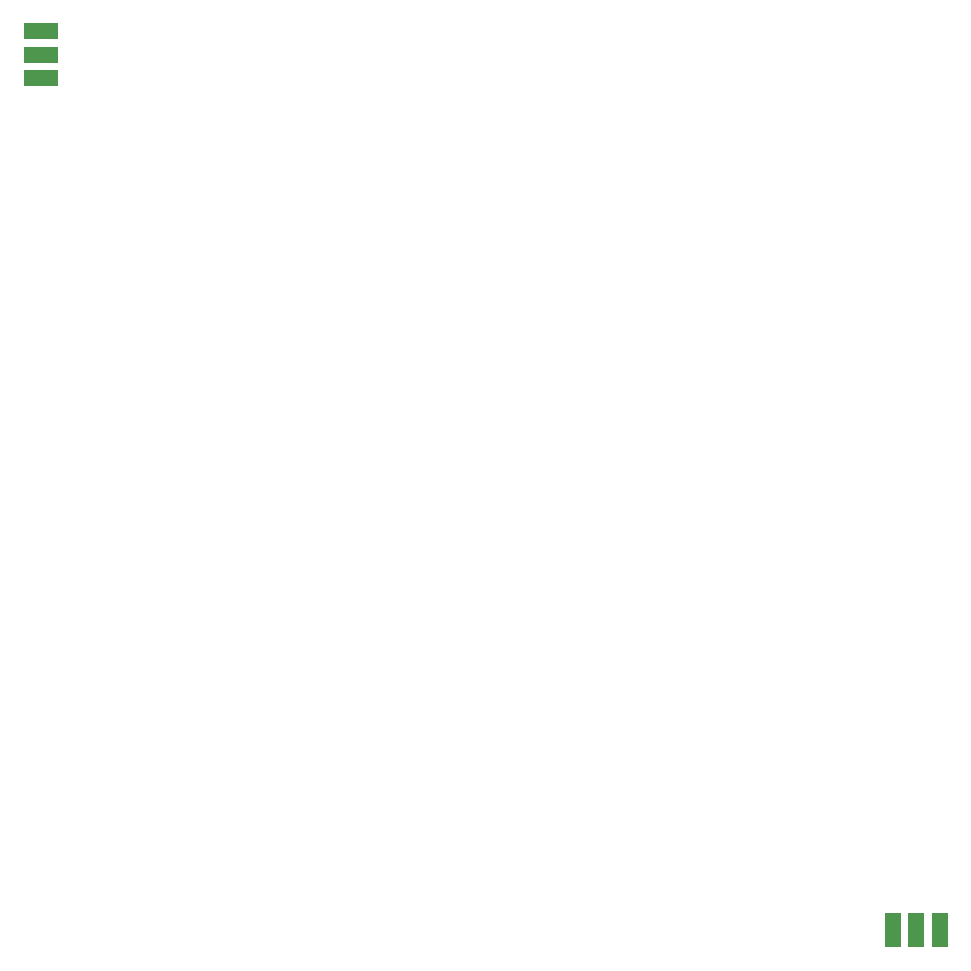
<source format=gbr>
G04 EAGLE Gerber RS-274X export*
G75*
%MOMM*%
%FSLAX34Y34*%
%LPD*%
%INSolderpaste Bottom*%
%IPPOS*%
%AMOC8*
5,1,8,0,0,1.08239X$1,22.5*%
G01*
%ADD10R,3.000000X1.400000*%
%ADD11R,1.400000X3.000000*%


D10*
X15000Y736250D03*
X15000Y776250D03*
X15000Y756250D03*
D11*
X776250Y15000D03*
X736250Y15000D03*
X756250Y15000D03*
M02*

</source>
